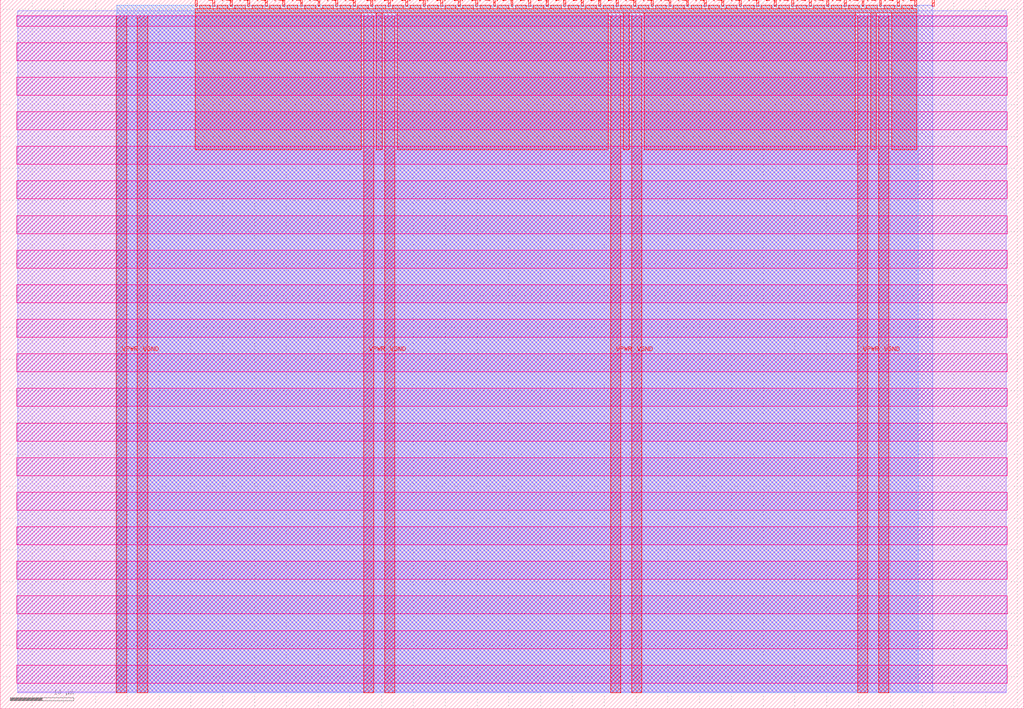
<source format=lef>
VERSION 5.7 ;
  NOWIREEXTENSIONATPIN ON ;
  DIVIDERCHAR "/" ;
  BUSBITCHARS "[]" ;
MACRO tt_um_ronikant_jeremykam_tinyregisters
  CLASS BLOCK ;
  FOREIGN tt_um_ronikant_jeremykam_tinyregisters ;
  ORIGIN 0.000 0.000 ;
  SIZE 161.000 BY 111.520 ;
  PIN VGND
    DIRECTION INOUT ;
    USE GROUND ;
    PORT
      LAYER met4 ;
        RECT 21.580 2.480 23.180 109.040 ;
    END
    PORT
      LAYER met4 ;
        RECT 60.450 2.480 62.050 109.040 ;
    END
    PORT
      LAYER met4 ;
        RECT 99.320 2.480 100.920 109.040 ;
    END
    PORT
      LAYER met4 ;
        RECT 138.190 2.480 139.790 109.040 ;
    END
  END VGND
  PIN VPWR
    DIRECTION INOUT ;
    USE POWER ;
    PORT
      LAYER met4 ;
        RECT 18.280 2.480 19.880 109.040 ;
    END
    PORT
      LAYER met4 ;
        RECT 57.150 2.480 58.750 109.040 ;
    END
    PORT
      LAYER met4 ;
        RECT 96.020 2.480 97.620 109.040 ;
    END
    PORT
      LAYER met4 ;
        RECT 134.890 2.480 136.490 109.040 ;
    END
  END VPWR
  PIN clk
    DIRECTION INPUT ;
    USE SIGNAL ;
    ANTENNAGATEAREA 0.852000 ;
    PORT
      LAYER met4 ;
        RECT 143.830 110.520 144.130 111.520 ;
    END
  END clk
  PIN ena
    DIRECTION INPUT ;
    USE SIGNAL ;
    PORT
      LAYER met4 ;
        RECT 146.590 110.520 146.890 111.520 ;
    END
  END ena
  PIN rst_n
    DIRECTION INPUT ;
    USE SIGNAL ;
    ANTENNAGATEAREA 0.196500 ;
    PORT
      LAYER met4 ;
        RECT 141.070 110.520 141.370 111.520 ;
    END
  END rst_n
  PIN ui_in[0]
    DIRECTION INPUT ;
    USE SIGNAL ;
    ANTENNAGATEAREA 0.196500 ;
    PORT
      LAYER met4 ;
        RECT 138.310 110.520 138.610 111.520 ;
    END
  END ui_in[0]
  PIN ui_in[1]
    DIRECTION INPUT ;
    USE SIGNAL ;
    ANTENNAGATEAREA 0.126000 ;
    PORT
      LAYER met4 ;
        RECT 135.550 110.520 135.850 111.520 ;
    END
  END ui_in[1]
  PIN ui_in[2]
    DIRECTION INPUT ;
    USE SIGNAL ;
    ANTENNAGATEAREA 0.196500 ;
    PORT
      LAYER met4 ;
        RECT 132.790 110.520 133.090 111.520 ;
    END
  END ui_in[2]
  PIN ui_in[3]
    DIRECTION INPUT ;
    USE SIGNAL ;
    ANTENNAGATEAREA 0.196500 ;
    PORT
      LAYER met4 ;
        RECT 130.030 110.520 130.330 111.520 ;
    END
  END ui_in[3]
  PIN ui_in[4]
    DIRECTION INPUT ;
    USE SIGNAL ;
    ANTENNAGATEAREA 0.196500 ;
    PORT
      LAYER met4 ;
        RECT 127.270 110.520 127.570 111.520 ;
    END
  END ui_in[4]
  PIN ui_in[5]
    DIRECTION INPUT ;
    USE SIGNAL ;
    ANTENNAGATEAREA 0.196500 ;
    PORT
      LAYER met4 ;
        RECT 124.510 110.520 124.810 111.520 ;
    END
  END ui_in[5]
  PIN ui_in[6]
    DIRECTION INPUT ;
    USE SIGNAL ;
    ANTENNAGATEAREA 0.196500 ;
    PORT
      LAYER met4 ;
        RECT 121.750 110.520 122.050 111.520 ;
    END
  END ui_in[6]
  PIN ui_in[7]
    DIRECTION INPUT ;
    USE SIGNAL ;
    ANTENNAGATEAREA 0.196500 ;
    PORT
      LAYER met4 ;
        RECT 118.990 110.520 119.290 111.520 ;
    END
  END ui_in[7]
  PIN uio_in[0]
    DIRECTION INPUT ;
    USE SIGNAL ;
    PORT
      LAYER met4 ;
        RECT 116.230 110.520 116.530 111.520 ;
    END
  END uio_in[0]
  PIN uio_in[1]
    DIRECTION INPUT ;
    USE SIGNAL ;
    PORT
      LAYER met4 ;
        RECT 113.470 110.520 113.770 111.520 ;
    END
  END uio_in[1]
  PIN uio_in[2]
    DIRECTION INPUT ;
    USE SIGNAL ;
    PORT
      LAYER met4 ;
        RECT 110.710 110.520 111.010 111.520 ;
    END
  END uio_in[2]
  PIN uio_in[3]
    DIRECTION INPUT ;
    USE SIGNAL ;
    PORT
      LAYER met4 ;
        RECT 107.950 110.520 108.250 111.520 ;
    END
  END uio_in[3]
  PIN uio_in[4]
    DIRECTION INPUT ;
    USE SIGNAL ;
    ANTENNAGATEAREA 0.196500 ;
    PORT
      LAYER met4 ;
        RECT 105.190 110.520 105.490 111.520 ;
    END
  END uio_in[4]
  PIN uio_in[5]
    DIRECTION INPUT ;
    USE SIGNAL ;
    ANTENNAGATEAREA 0.196500 ;
    PORT
      LAYER met4 ;
        RECT 102.430 110.520 102.730 111.520 ;
    END
  END uio_in[5]
  PIN uio_in[6]
    DIRECTION INPUT ;
    USE SIGNAL ;
    ANTENNAGATEAREA 0.196500 ;
    PORT
      LAYER met4 ;
        RECT 99.670 110.520 99.970 111.520 ;
    END
  END uio_in[6]
  PIN uio_in[7]
    DIRECTION INPUT ;
    USE SIGNAL ;
    ANTENNAGATEAREA 0.196500 ;
    PORT
      LAYER met4 ;
        RECT 96.910 110.520 97.210 111.520 ;
    END
  END uio_in[7]
  PIN uio_oe[0]
    DIRECTION OUTPUT ;
    USE SIGNAL ;
    ANTENNADIFFAREA 0.445500 ;
    PORT
      LAYER met4 ;
        RECT 49.990 110.520 50.290 111.520 ;
    END
  END uio_oe[0]
  PIN uio_oe[1]
    DIRECTION OUTPUT ;
    USE SIGNAL ;
    ANTENNADIFFAREA 0.445500 ;
    PORT
      LAYER met4 ;
        RECT 47.230 110.520 47.530 111.520 ;
    END
  END uio_oe[1]
  PIN uio_oe[2]
    DIRECTION OUTPUT ;
    USE SIGNAL ;
    ANTENNADIFFAREA 0.445500 ;
    PORT
      LAYER met4 ;
        RECT 44.470 110.520 44.770 111.520 ;
    END
  END uio_oe[2]
  PIN uio_oe[3]
    DIRECTION OUTPUT ;
    USE SIGNAL ;
    ANTENNADIFFAREA 0.445500 ;
    PORT
      LAYER met4 ;
        RECT 41.710 110.520 42.010 111.520 ;
    END
  END uio_oe[3]
  PIN uio_oe[4]
    DIRECTION OUTPUT ;
    USE SIGNAL ;
    ANTENNADIFFAREA 0.445500 ;
    PORT
      LAYER met4 ;
        RECT 38.950 110.520 39.250 111.520 ;
    END
  END uio_oe[4]
  PIN uio_oe[5]
    DIRECTION OUTPUT ;
    USE SIGNAL ;
    ANTENNADIFFAREA 0.445500 ;
    PORT
      LAYER met4 ;
        RECT 36.190 110.520 36.490 111.520 ;
    END
  END uio_oe[5]
  PIN uio_oe[6]
    DIRECTION OUTPUT ;
    USE SIGNAL ;
    ANTENNADIFFAREA 0.445500 ;
    PORT
      LAYER met4 ;
        RECT 33.430 110.520 33.730 111.520 ;
    END
  END uio_oe[6]
  PIN uio_oe[7]
    DIRECTION OUTPUT ;
    USE SIGNAL ;
    ANTENNADIFFAREA 0.445500 ;
    PORT
      LAYER met4 ;
        RECT 30.670 110.520 30.970 111.520 ;
    END
  END uio_oe[7]
  PIN uio_out[0]
    DIRECTION OUTPUT ;
    USE SIGNAL ;
    ANTENNADIFFAREA 0.445500 ;
    PORT
      LAYER met4 ;
        RECT 72.070 110.520 72.370 111.520 ;
    END
  END uio_out[0]
  PIN uio_out[1]
    DIRECTION OUTPUT ;
    USE SIGNAL ;
    ANTENNADIFFAREA 0.445500 ;
    PORT
      LAYER met4 ;
        RECT 69.310 110.520 69.610 111.520 ;
    END
  END uio_out[1]
  PIN uio_out[2]
    DIRECTION OUTPUT ;
    USE SIGNAL ;
    ANTENNADIFFAREA 0.445500 ;
    PORT
      LAYER met4 ;
        RECT 66.550 110.520 66.850 111.520 ;
    END
  END uio_out[2]
  PIN uio_out[3]
    DIRECTION OUTPUT ;
    USE SIGNAL ;
    ANTENNADIFFAREA 0.445500 ;
    PORT
      LAYER met4 ;
        RECT 63.790 110.520 64.090 111.520 ;
    END
  END uio_out[3]
  PIN uio_out[4]
    DIRECTION OUTPUT ;
    USE SIGNAL ;
    ANTENNADIFFAREA 0.445500 ;
    PORT
      LAYER met4 ;
        RECT 61.030 110.520 61.330 111.520 ;
    END
  END uio_out[4]
  PIN uio_out[5]
    DIRECTION OUTPUT ;
    USE SIGNAL ;
    ANTENNADIFFAREA 0.445500 ;
    PORT
      LAYER met4 ;
        RECT 58.270 110.520 58.570 111.520 ;
    END
  END uio_out[5]
  PIN uio_out[6]
    DIRECTION OUTPUT ;
    USE SIGNAL ;
    ANTENNADIFFAREA 0.445500 ;
    PORT
      LAYER met4 ;
        RECT 55.510 110.520 55.810 111.520 ;
    END
  END uio_out[6]
  PIN uio_out[7]
    DIRECTION OUTPUT ;
    USE SIGNAL ;
    ANTENNADIFFAREA 0.445500 ;
    PORT
      LAYER met4 ;
        RECT 52.750 110.520 53.050 111.520 ;
    END
  END uio_out[7]
  PIN uo_out[0]
    DIRECTION OUTPUT ;
    USE SIGNAL ;
    ANTENNADIFFAREA 0.933750 ;
    PORT
      LAYER met4 ;
        RECT 94.150 110.520 94.450 111.520 ;
    END
  END uo_out[0]
  PIN uo_out[1]
    DIRECTION OUTPUT ;
    USE SIGNAL ;
    ANTENNADIFFAREA 0.933750 ;
    PORT
      LAYER met4 ;
        RECT 91.390 110.520 91.690 111.520 ;
    END
  END uo_out[1]
  PIN uo_out[2]
    DIRECTION OUTPUT ;
    USE SIGNAL ;
    ANTENNADIFFAREA 0.933750 ;
    PORT
      LAYER met4 ;
        RECT 88.630 110.520 88.930 111.520 ;
    END
  END uo_out[2]
  PIN uo_out[3]
    DIRECTION OUTPUT ;
    USE SIGNAL ;
    ANTENNADIFFAREA 0.933750 ;
    PORT
      LAYER met4 ;
        RECT 85.870 110.520 86.170 111.520 ;
    END
  END uo_out[3]
  PIN uo_out[4]
    DIRECTION OUTPUT ;
    USE SIGNAL ;
    ANTENNADIFFAREA 0.933750 ;
    PORT
      LAYER met4 ;
        RECT 83.110 110.520 83.410 111.520 ;
    END
  END uo_out[4]
  PIN uo_out[5]
    DIRECTION OUTPUT ;
    USE SIGNAL ;
    ANTENNADIFFAREA 0.933750 ;
    PORT
      LAYER met4 ;
        RECT 80.350 110.520 80.650 111.520 ;
    END
  END uo_out[5]
  PIN uo_out[6]
    DIRECTION OUTPUT ;
    USE SIGNAL ;
    ANTENNADIFFAREA 0.933750 ;
    PORT
      LAYER met4 ;
        RECT 77.590 110.520 77.890 111.520 ;
    END
  END uo_out[6]
  PIN uo_out[7]
    DIRECTION OUTPUT ;
    USE SIGNAL ;
    ANTENNADIFFAREA 0.933750 ;
    PORT
      LAYER met4 ;
        RECT 74.830 110.520 75.130 111.520 ;
    END
  END uo_out[7]
  OBS
      LAYER nwell ;
        RECT 2.570 107.385 158.430 108.990 ;
        RECT 2.570 101.945 158.430 104.775 ;
        RECT 2.570 96.505 158.430 99.335 ;
        RECT 2.570 91.065 158.430 93.895 ;
        RECT 2.570 85.625 158.430 88.455 ;
        RECT 2.570 80.185 158.430 83.015 ;
        RECT 2.570 74.745 158.430 77.575 ;
        RECT 2.570 69.305 158.430 72.135 ;
        RECT 2.570 63.865 158.430 66.695 ;
        RECT 2.570 58.425 158.430 61.255 ;
        RECT 2.570 52.985 158.430 55.815 ;
        RECT 2.570 47.545 158.430 50.375 ;
        RECT 2.570 42.105 158.430 44.935 ;
        RECT 2.570 36.665 158.430 39.495 ;
        RECT 2.570 31.225 158.430 34.055 ;
        RECT 2.570 25.785 158.430 28.615 ;
        RECT 2.570 20.345 158.430 23.175 ;
        RECT 2.570 14.905 158.430 17.735 ;
        RECT 2.570 9.465 158.430 12.295 ;
        RECT 2.570 4.025 158.430 6.855 ;
      LAYER li1 ;
        RECT 2.760 2.635 158.240 108.885 ;
      LAYER met1 ;
        RECT 2.760 2.480 158.240 109.780 ;
      LAYER met2 ;
        RECT 18.310 2.535 146.640 110.685 ;
      LAYER met3 ;
        RECT 18.290 2.555 144.370 110.665 ;
      LAYER met4 ;
        RECT 31.370 110.120 33.030 110.665 ;
        RECT 34.130 110.120 35.790 110.665 ;
        RECT 36.890 110.120 38.550 110.665 ;
        RECT 39.650 110.120 41.310 110.665 ;
        RECT 42.410 110.120 44.070 110.665 ;
        RECT 45.170 110.120 46.830 110.665 ;
        RECT 47.930 110.120 49.590 110.665 ;
        RECT 50.690 110.120 52.350 110.665 ;
        RECT 53.450 110.120 55.110 110.665 ;
        RECT 56.210 110.120 57.870 110.665 ;
        RECT 58.970 110.120 60.630 110.665 ;
        RECT 61.730 110.120 63.390 110.665 ;
        RECT 64.490 110.120 66.150 110.665 ;
        RECT 67.250 110.120 68.910 110.665 ;
        RECT 70.010 110.120 71.670 110.665 ;
        RECT 72.770 110.120 74.430 110.665 ;
        RECT 75.530 110.120 77.190 110.665 ;
        RECT 78.290 110.120 79.950 110.665 ;
        RECT 81.050 110.120 82.710 110.665 ;
        RECT 83.810 110.120 85.470 110.665 ;
        RECT 86.570 110.120 88.230 110.665 ;
        RECT 89.330 110.120 90.990 110.665 ;
        RECT 92.090 110.120 93.750 110.665 ;
        RECT 94.850 110.120 96.510 110.665 ;
        RECT 97.610 110.120 99.270 110.665 ;
        RECT 100.370 110.120 102.030 110.665 ;
        RECT 103.130 110.120 104.790 110.665 ;
        RECT 105.890 110.120 107.550 110.665 ;
        RECT 108.650 110.120 110.310 110.665 ;
        RECT 111.410 110.120 113.070 110.665 ;
        RECT 114.170 110.120 115.830 110.665 ;
        RECT 116.930 110.120 118.590 110.665 ;
        RECT 119.690 110.120 121.350 110.665 ;
        RECT 122.450 110.120 124.110 110.665 ;
        RECT 125.210 110.120 126.870 110.665 ;
        RECT 127.970 110.120 129.630 110.665 ;
        RECT 130.730 110.120 132.390 110.665 ;
        RECT 133.490 110.120 135.150 110.665 ;
        RECT 136.250 110.120 137.910 110.665 ;
        RECT 139.010 110.120 140.670 110.665 ;
        RECT 141.770 110.120 143.430 110.665 ;
        RECT 30.655 109.440 144.145 110.120 ;
        RECT 30.655 87.895 56.750 109.440 ;
        RECT 59.150 87.895 60.050 109.440 ;
        RECT 62.450 87.895 95.620 109.440 ;
        RECT 98.020 87.895 98.920 109.440 ;
        RECT 101.320 87.895 134.490 109.440 ;
        RECT 136.890 87.895 137.790 109.440 ;
        RECT 140.190 87.895 144.145 109.440 ;
  END
END tt_um_ronikant_jeremykam_tinyregisters
END LIBRARY


</source>
